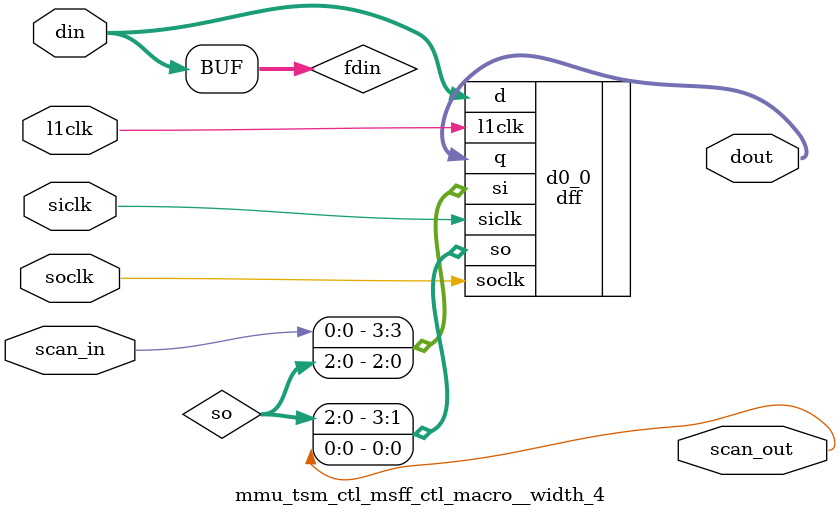
<source format=v>
module mmu_tsm_ctl (
  l1clk, 
  scan_in, 
  spc_aclk, 
  spc_bclk, 
  data_rcvd_hw1, 
  tlb_miss_m, 
  tsb_done_hw2, 
  vld_tsbptr_m2, 
  thr_valid_m1, 
  thr_valid_m0, 
  cindex_bit0, 
  cindex_bit1, 
  hwtw_burst, 
  trs_eperr_st, 
  trs_eccerr_st, 
  tsm_tsb_miss_hw2, 
  tsm_rqv, 
  tsm_waitfortte, 
  scan_out);
wire siclk;
wire soclk;
wire [1:0] cindex;
wire goto_null_state;
wire null_state;
wire validreq_state;
wire seqm1_state;
wire seqm2_state;
wire cfgdone_state;
wire ttewait_state;
wire next_null_state;
wire next_null_state_;
wire null_state_;
wire null_state_reg_scanin;
wire null_state_reg_scanout;
wire goto_validreq_state;
wire outstanding_miss_state;
wire next_validreq_state;
wire validreq_state_reg_scanin;
wire validreq_state_reg_scanout;
wire goto_seqm1_state;
wire next_seqm1_state;
wire seqm1_state_reg_scanin;
wire seqm1_state_reg_scanout;
wire goto_seqm2_state;
wire next_seqm2_state;
wire seqm2_state_reg_scanin;
wire seqm2_state_reg_scanout;
wire goto_cfgdone_state;
wire next_cfgdone_state;
wire cfgdone_state_reg_scanin;
wire cfgdone_state_reg_scanout;
wire goto_ttewait_state;
wire next_ttewait_state;
wire ttewait_state_reg_scanin;
wire ttewait_state_reg_scanout;
wire goto_outstanding_miss_state;
wire next_outstanding_miss_state;
wire outstanding_miss_state_reg_scanin;
wire outstanding_miss_state_reg_scanout;
wire data_rcvd_lat_scanin;
wire data_rcvd_lat_scanout;
wire data_rcvd_hw1_ff;
wire req_enq;
wire req_deq;
wire [3:0] next_bal;
wire [3:0] bal;
wire bal_lat_scanin;
wire bal_lat_scanout;


input           l1clk;
input           scan_in;
input		spc_aclk;
input		spc_bclk;

input           data_rcvd_hw1;       // data back from gkt, from htc
input           tlb_miss_m;             // indicates tlb miss, from htc
input           tsb_done_hw2;              // indicates tsb hit, from htc
input           vld_tsbptr_m2;              // indicates valid tsbptr
input           thr_valid_m1;       // valid req in M1 which got asi grant and room avail
input           thr_valid_m0;       // valid req in M0

input           cindex_bit0;
input           cindex_bit1;


input           hwtw_burst;         // hwtw is in burst mode

                                      // mra read, and data available.  
input           trs_eperr_st;         // trs is in ep miss err state

input           trs_eccerr_st;         // trs is in eccerr state

output          tsm_tsb_miss_hw2;    // no tsb hit on any of the 4 tsb 
output          tsm_rqv;         // request is valid, in REQ or CFG_RD
output          tsm_waitfortte;       // all tte not received
output          scan_out;

assign siclk	= spc_aclk;
assign soclk	= spc_bclk;



assign cindex[1:0] = {cindex_bit1, cindex_bit0};

///////////////////////////////////////////////////
// CASE STATEMENT DESCRIPTION OF TSM MACHINE
///////////////////////////////////////////////////

// tsb_done_hw2 = tsb_hit_hw2|ep_miss_hw2|l2_ecc_err_hw2|cfg_ecc_err_m4;
//case(`TSM_STATE)
//  `NULL_ST:
//    if (~tlb_miss_m) 
//      next_state = `NULL_ST;
//    else 
//      next_state = `VALIDREQ_ST;
//
//  `VALIDREQ_ST:
//    begin
//        if ((tsb_hit_hw2|ep_miss_hw2|l2_ecc_err_hw2|cfg_ecc_err_m4) & ~tsm_waitfortte)
//          next_state = `NULL_ST;
//        if ((tsb_hit_hw2|ep_miss_hw2|l2_ecc_err_hw2|cfg_ecc_err_m4) & tsm_waitfortte)
//          next_state = `TTEWAIT_ST;
//        if (~(tsb_hit_hw2|ep_miss_hw2|l2_ecc_err_hw2|cfg_ecc_err_m4) & burst_mode & (~(cindex[1:0] ==2'b11 & thr_valid_m1)))
//          next_state = `VALIDREQ_ST;
//        if (~(tsb_hit_hw2|ep_miss_hw2|l2_ecc_err_hw2|cfg_ecc_err_m4) & ~burst_mode & ~thr_valid_m0)
//          next_state = `VALIDREQ_ST;
//        if (~(tsb_hit_hw2|ep_miss_hw2|l2_ecc_err_hw2|cfg_ecc_err_m4) & ~burst_mode & thr_valid_m0)
//          next_state = `SEQM1_ST;
//        if (~(tsb_hit_hw2|ep_miss_hw2|l2_ecc_err_hw2|cfg_ecc_err_m4) & (cindex[1:0] ==2'b11 & thr_valid_m1))
//          next_state = `CFGDONE_ST;
//    end
//  
//  `SEQM1_ST:
//    begin
//        if ((tsb_hit_hw2|ep_miss_hw2|l2_ecc_err_hw2|cfg_ecc_err_m4) & ~tsm_waitfortte)
//          next_state = `NULL_ST;
//        if ((tsb_hit_hw2|ep_miss_hw2|l2_ecc_err_hw2|cfg_ecc_err_m4) & tsm_waitfortte)
//          next_state = `TTEWAIT_ST;
//        if (~(tsb_hit_hw2|ep_miss_hw2|l2_ecc_err_hw2|cfg_ecc_err_m4) & ~thr_valid_m1)
//          next_state = `VALIDREQ_ST;
//        if (~(tsb_hit_hw2|ep_miss_hw2|l2_ecc_err_hw2|cfg_ecc_err_m4) & thr_valid_m1 & (cindex[1:0] ==2'b11))
//          next_state = `CFGDONE_ST;
//        if (~(tsb_hit_hw2|ep_miss_hw2|l2_ecc_err_hw2|cfg_ecc_err_m4) & thr_valid_m1 & ~(cindex[1:0] ==2'b11))
//          next_state = `SEQM2_ST;
//    end
//
//  `SEQM2_ST:
//    begin
//        if ((tsb_hit_hw2|ep_miss_hw2|l2_ecc_err_hw2|cfg_ecc_err_m4) & ~tsm_waitfortte)
//          next_state = `NULL_ST;          
//        if ((tsb_hit_hw2|ep_miss_hw2|l2_ecc_err_hw2|cfg_ecc_err_m4) & tsm_waitfortte)
//          next_state = `TTEWAIT_ST;
//        if (~(tsb_hit_hw2|ep_miss_hw2|l2_ecc_err_hw2|cfg_ecc_err_m4) & ~tsm_waitfortte)
//          next_state = `VALIDREQ_ST;
//        if (~(tsb_hit_hw2|ep_miss_hw2|l2_ecc_err_hw2|cfg_ecc_err_m4) & tsm_waitfortte)
//          next_state = `SEQM2_ST;
//    end
//
//  `CFGDONE_ST:
//    begin
//        if (~tsm_waitfortte)
//          next_state = `NULL_ST;
//        if ((tsb_hit_hw2|ep_miss_hw2|l2_ecc_err_hw2|cfg_ecc_err_m4) & tsm_waitfortte)
//          next_state = `TTEWAIT_ST;
//        if (~(tsb_hit_hw2|ep_miss_hw2|l2_ecc_err_hw2|cfg_ecc_err_m4) & tsm_waitfortte)
//          next_state = `CFGDONE_ST;
//    end
//
//  `TTEWAIT_ST:
//    begin
//        if (tlb_miss_m)
//          next_state = `OUTMISSWAIT_ST;
//        if (~tsm_waitfortte & ~tlb_miss_m)
//          next_state = `NULL_ST;
//        if (tsm_waitfortte & ~tlb_miss_m)
//          next_state = `TTEWAIT_ST;
//    end
//
//  `OUTMISSWAIT_ST:
//    begin
//        if (tsm_waitfortte)
//          next_state = `OUTMISSWAIT_ST;
//        else
//          next_state = `VALIDREQ_ST;
//    end
//endcase // case(`TSM_STATE)

        
  
// 0in one_hot -var {null_state,validreq_state,seqm1_state,seqm2_state,cfgdone_state,ttewait_state,outstanding_miss_state}
///////////////////////////////////////////////////
// Null State (NULL_ST)
///////////////////////////////////////////////////
// Goto null state if either of following is true
// => NULL_ST     and  no tlb miss 
// => VALIDREQ_ST and (tsb_hit_hw2|ep_miss_hw2|l2_ecc_err_hw2|cfg_ecc_err_m4) and no outstanding tte
// => SEQM1_ST and (tsb_hit_hw2|ep_miss_hw2|l2_ecc_err_hw2|cfg_ecc_err_m4) and all  no outstanding tte
// => SEQM2_ST and (tsb_hit_hw2|ep_miss_hw2|l2_ecc_err_hw2|cfg_ecc_err_m4) and all  no outstanding tte
// => CFGDONE_ST  and no outstanding tte
// => TTEWAIT_ST  and no tlb miss and no outstanding tte

// Leave null state if either of following is true
// => tlb miss occurs (goto validreq state)

assign goto_null_state = (null_state & ~tlb_miss_m) |
                         (validreq_state & tsb_done_hw2 & ~tsm_waitfortte) |
                         (seqm1_state & tsb_done_hw2 & ~tsm_waitfortte) |
                         (seqm2_state & tsb_done_hw2 & ~tsm_waitfortte) |
                         (cfgdone_state & ~tsm_waitfortte) | //irrespective of tsb_hit_hw2
                         (ttewait_state & ~tsm_waitfortte & ~tlb_miss_m);

assign next_null_state = goto_null_state;
assign next_null_state_ = ~next_null_state;
assign null_state = ~null_state_;

mmu_tsm_ctl_msff_ctl_macro__width_1 null_state_reg  (
 .scan_in(null_state_reg_scanin),
 .scan_out(null_state_reg_scanout),
 .l1clk(l1clk),
 .din  (next_null_state_),
 .dout (null_state_),
  .siclk(siclk),
  .soclk(soclk)
);

///////////////////////////////////////////////////
// Valid Req State (VALIDREQ_ST)
///////////////////////////////////////////////////
// Goto valid req. state if either of following is true
// => VALIDREQ_ST      and ~(tsb_hit_hw2|ep_miss_hw2|l2_ecc_err_hw2|cfg_ecc_err_m4) and burst mode and all tsb cfg not read
// => VALIDREQ_ST      and ~(tsb_hit_hw2|ep_miss_hw2|l2_ecc_err_hw2|cfg_ecc_err_m4) and ~burst mode and current thread not selected
// => SEQM1_ST         and ~(tsb_hit_hw2|ep_miss_hw2|l2_ecc_err_hw2|cfg_ecc_err_m4) and ~thr_valid_m1 (req did not get a grant from asi).
// => SEQM2_ST         and ~(tsb_hit_hw2|ep_miss_hw2|l2_ecc_err_hw2|cfg_ecc_err_m4) and no outstanding tte
// => NULL_ST          and tlb_miss_m
// => OUTMISSWAIT_ST   and no outstanding tte 

// Leave valid req. state if either of following is true
// => VALIDREQ_ST and (tsb_hit_hw2|ep_miss_hw2|l2_ecc_err_hw2|cfg_ecc_err_m4) (go to NULL_ST or TTEWAIT_ST)  
// => VALIDREQ_ST and all req are read (go to CFGDONE_ST)
// => VALIDREQ_ST and not burst mode and current thread selected (thr_valid_m0) (go to SEQM1_ST)

assign goto_validreq_state = (validreq_state & ~tsb_done_hw2 & hwtw_burst & ~(cindex[1] & cindex[0] & thr_valid_m1)) |
                             (validreq_state & ~tsb_done_hw2 & ~hwtw_burst & ~thr_valid_m0) | 
                             (seqm1_state & ~tsb_done_hw2 & ~thr_valid_m1) |
                             (seqm2_state & ~tsb_done_hw2 & ~tsm_waitfortte) |
                             (null_state & tlb_miss_m) | 
                             (outstanding_miss_state & ~tsm_waitfortte);
assign next_validreq_state = goto_validreq_state;


mmu_tsm_ctl_msff_ctl_macro__width_1 validreq_state_reg  (
 .scan_in(validreq_state_reg_scanin),
 .scan_out(validreq_state_reg_scanout),
 .l1clk(l1clk),
 .din  (next_validreq_state),
 .dout (validreq_state),
  .siclk(siclk),
  .soclk(soclk)
);

///////////////////////////////////////////////////
// Sequential M1 State (SEQM1_ST)
///////////////////////////////////////////////////
// Goto sequential M1 state if either of following is true
// => VALIDREQ_ST      and ~(tsb_hit_hw2|ep_miss_hw2|l2_ecc_err_hw2|cfg_ecc_err_m4) and not burst mode and current thread selected

// Leave sequential M1 state if either of following is true
// => SEQM1_ST and (tsb_hit_hw2|ep_miss_hw2|l2_ecc_err_hw2|cfg_ecc_err_m4) (go to NULL_ST or TTEWAIT_ST)  
// => SEQM1_ST and ~(tsb_hit_hw2|ep_miss_hw2|l2_ecc_err_hw2|cfg_ecc_err_m4) and ~thr_valid_m1 (req was not granted), (go to VALIDREQ_ST)
// => SEQM1_ST and ~(tsb_hit_hw2|ep_miss_hw2|l2_ecc_err_hw2|cfg_ecc_err_m4) and thr_valid_m1 (go to SEQM2_ST or CFGDONE_ST)

assign goto_seqm1_state = (validreq_state & ~tsb_done_hw2 & ~hwtw_burst & thr_valid_m0);
assign next_seqm1_state = goto_seqm1_state;


mmu_tsm_ctl_msff_ctl_macro__width_1 seqm1_state_reg  (
 .scan_in(seqm1_state_reg_scanin),
 .scan_out(seqm1_state_reg_scanout),
 .l1clk(l1clk),
 .din  (next_seqm1_state),
 .dout (seqm1_state),
  .siclk(siclk),
  .soclk(soclk)
);

///////////////////////////////////////////////////
// Sequential M2 State (SEQM2_ST)
///////////////////////////////////////////////////
// Goto sequential M2 state if either of following is true
// => SEQM1_ST      and ~(tsb_hit_hw2|ep_miss_hw2|l2_ecc_err_hw2|cfg_ecc_err_m4) and thr_valid_m1 & all cfg not read
// => SEQM2_ST      and ~(tsb_hit_hw2|ep_miss_hw2|l2_ecc_err_hw2|cfg_ecc_err_m4) and outstanding tte

// Leave sequential M2 state if either of following is true
// => SEQM2_ST and (tsb_hit_hw2|ep_miss_hw2|l2_ecc_err_hw2|cfg_ecc_err_m4) (go to NULL_ST or TTEWAIT_ST)  
// => SEQM2_ST and ~(tsb_hit_hw2|ep_miss_hw2|l2_ecc_err_hw2|cfg_ecc_err_m4) and no outstanding tte (go to VALIDREQ_ST)

assign goto_seqm2_state = (seqm1_state & ~tsb_done_hw2 & thr_valid_m1 & ~(cindex[1] & cindex[0])) |
                          (seqm2_state & ~tsb_done_hw2 & tsm_waitfortte);
assign next_seqm2_state = goto_seqm2_state;


mmu_tsm_ctl_msff_ctl_macro__width_1 seqm2_state_reg  (
 .scan_in(seqm2_state_reg_scanin),
 .scan_out(seqm2_state_reg_scanout),
 .l1clk(l1clk),
 .din  (next_seqm2_state),
 .dout (seqm2_state),
  .siclk(siclk),
  .soclk(soclk)
);

///////////////////////////////////////////////////
// AllConfigRead State (CFGDONE_ST)
///////////////////////////////////////////////////
// Goto all TSB read state if either of following is true
// => VALIDREQ_ST  and burst mode and ~(tsb_hit_hw2|ep_miss_hw2|l2_ecc_err_hw2|cfg_ecc_err_m4) & all cfg read
// => SEQM1_ST     and  ~(tsb_hit_hw2|ep_miss_hw2|l2_ecc_err_hw2|cfg_ecc_err_m4) & all cfg read
// => CFGDONE_ST   and ~(tsb_hit_hw2|ep_miss_hw2|l2_ecc_err_hw2|cfg_ecc_err_m4) and outstanding tte

// Leave all CFG read state if either of following is true
// => CFGDONE_ST and all  no outstanding TTE (go to NULL_ST)
// => CFGDONE_ST and TSB hit and outstanding TTE (go to TTEWAIT_ST)

assign goto_cfgdone_state =  (cfgdone_state & ~tsb_done_hw2 & tsm_waitfortte) |
                             (validreq_state & ~tsb_done_hw2 & hwtw_burst & cindex[1] & cindex[0] & thr_valid_m1) |
                             (seqm1_state & ~tsb_done_hw2  & cindex[1] & cindex[0] & thr_valid_m1);


assign next_cfgdone_state = goto_cfgdone_state;


mmu_tsm_ctl_msff_ctl_macro__width_1 cfgdone_state_reg  (
 .scan_in(cfgdone_state_reg_scanin),
 .scan_out(cfgdone_state_reg_scanout),
 .l1clk(l1clk),
 .din  (next_cfgdone_state),
 .dout (cfgdone_state),
  .siclk(siclk),
  .soclk(soclk)
);

///////////////////////////////////////////////////
// TTE Wait State (TTEWAIT_ST)
// go to this state on (tsb_hit_hw2|ep_miss_hw2|l2_ecc_err_hw2|cfg_ecc_err_m4).
///////////////////////////////////////////////////
// Goto TTEWAIT_ST state if either of following is true
// => TTEWAIT_ST     and no tlb miss and outstanding tte
// => VALIDREQ_ST    and (tsb_hit_hw2|ep_miss_hw2|l2_ecc_err_hw2|cfg_ecc_err_m4) and outstanding tte
// => SEQM1_ST       and (tsb_hit_hw2|ep_miss_hw2|l2_ecc_err_hw2|cfg_ecc_err_m4) and outstanding tte
// => SEQM2_ST       and (tsb_hit_hw2|ep_miss_hw2|l2_ecc_err_hw2|cfg_ecc_err_m4) and outstanding tte
// => CFGDONE_ST     and (tsb_hit_hw2|ep_miss_hw2|l2_ecc_err_hw2|cfg_ecc_err_m4) and outstanding tte

// Leave TTEWAIT_ST state if either of following is true
// => TTEWAIT_ST and tlb miss (go to OUTMISSWAIT_ST)
// => TTEWAIT_ST and no tlb miss and no outstanding tte (go to NULL_ST)

assign goto_ttewait_state =  (ttewait_state & ~tlb_miss_m & tsm_waitfortte) |
                             (validreq_state & tsb_done_hw2 & tsm_waitfortte) |
                             (seqm1_state & tsb_done_hw2 & tsm_waitfortte) |
                             (seqm2_state & tsb_done_hw2 & tsm_waitfortte) |
                             (cfgdone_state & tsb_done_hw2 & tsm_waitfortte);

assign next_ttewait_state = goto_ttewait_state;


mmu_tsm_ctl_msff_ctl_macro__width_1 ttewait_state_reg  (
 .scan_in(ttewait_state_reg_scanin),
 .scan_out(ttewait_state_reg_scanout),
 .l1clk(l1clk),
 .din  (next_ttewait_state),
 .dout (ttewait_state),
  .siclk(siclk),
  .soclk(soclk)
);

///////////////////////////////////////////////////
// Outstanding Miss State (OUTMISSWAIT_ST)
//  Indicates TTEWAIT_ST and a  tlb_miss_m (can happen when we
// have a tsb  hit, thread gets restarted, but all tte's are not done for
// the original miss)
///////////////////////////////////////////////////
// Goto all OUTMISSWAIT_ST if either of following is true
// => OUTMISSWAIT_ST   and not all  TTE received (tsm_waitfortte)
// => TTEWAIT_ST       and tlb_miss_m

assign goto_outstanding_miss_state = (outstanding_miss_state & tsm_waitfortte) |
                                     (ttewait_state & tlb_miss_m);

assign next_outstanding_miss_state = goto_outstanding_miss_state;


mmu_tsm_ctl_msff_ctl_macro__width_1 outstanding_miss_state_reg  (
 .scan_in(outstanding_miss_state_reg_scanin),
 .scan_out(outstanding_miss_state_reg_scanout),
 .l1clk(l1clk),
 .din  (next_outstanding_miss_state),
 .dout (outstanding_miss_state),
  .siclk(siclk),
  .soclk(soclk)
);

///////////////////////////////////////////////////
// End of State machine
///////////////////////////////////////////////////

///////////////////////////////////////////////////
// EnQ/DeQ TTEs
// Keeping track of outstanding TTE requests.
// Increment the counter on every request  sent out (vld_tsbptr_m2),
// Decrement the counter on every data recvd, (data_rcvd_hw1)
///////////////////////////////////////////////////
mmu_tsm_ctl_msff_ctl_macro__width_1 data_rcvd_lat  (
 .scan_in(data_rcvd_lat_scanin),
 .scan_out(data_rcvd_lat_scanout),
 .l1clk(l1clk),
 .din  (data_rcvd_hw1),
 .dout (data_rcvd_hw1_ff),
  .siclk(siclk),
  .soclk(soclk)
);
assign req_enq = vld_tsbptr_m2 & ~data_rcvd_hw1_ff;
assign req_deq = data_rcvd_hw1_ff & ~vld_tsbptr_m2;

//0in bits_on -var {req_enq, req_deq} -max 1;
assign next_bal[3:0] = ({4{req_enq & ~bal[3] & ~bal[2] & ~bal[1] & ~bal[0]}} & 4'b0001) |
                       ({4{req_enq & ~bal[3] & ~bal[2] & ~bal[1] &  bal[0]}} & 4'b0011) |
                       ({4{req_enq & ~bal[3] & ~bal[2] &  bal[1] &  bal[0]}} & 4'b0111) |
                       ({4{req_enq & ~bal[3] &  bal[2] &  bal[1] &  bal[0]}} & 4'b1111) |
                       ({4{req_deq &  bal[3] &  bal[2] &  bal[1] &  bal[0]}} & 4'b0111) |
                       ({4{req_deq & ~bal[3] &  bal[2] &  bal[1] &  bal[0]}} & 4'b0011) |
                       ({4{req_deq & ~bal[3] & ~bal[2] &  bal[1] &  bal[0]}} & 4'b0001) |
                       ({4{req_deq & ~bal[3] & ~bal[2] & ~bal[1] &  bal[0]}} & 4'b0000) |
                       ({4{~req_deq & ~req_enq}} & bal[3:0]);

mmu_tsm_ctl_msff_ctl_macro__width_4 bal_lat  (
 .scan_in(bal_lat_scanin),
 .scan_out(bal_lat_scanout),
 .l1clk(l1clk),
 .din  ({next_bal[3:0]}),
 .dout ({bal[3:0]}),
  .siclk(siclk),
  .soclk(soclk)
);

///////////////////////////////////////////////////
// State Machine Outputs
///////////////////////////////////////////////////
assign tsm_tsb_miss_hw2 = ~tsm_waitfortte & cfgdone_state & ~tsb_done_hw2  & ~trs_eccerr_st & ~trs_eperr_st;
assign tsm_rqv = validreq_state;
assign tsm_waitfortte = |next_bal[3:0];


supply0 vss;
supply1 vdd;

// fixscan start:
assign null_state_reg_scanin     = scan_in                  ;
assign validreq_state_reg_scanin = null_state_reg_scanout   ;
assign seqm1_state_reg_scanin    = validreq_state_reg_scanout;
assign seqm2_state_reg_scanin    = seqm1_state_reg_scanout  ;
assign cfgdone_state_reg_scanin  = seqm2_state_reg_scanout  ;
assign ttewait_state_reg_scanin  = cfgdone_state_reg_scanout;
assign outstanding_miss_state_reg_scanin = ttewait_state_reg_scanout;
assign data_rcvd_lat_scanin      = outstanding_miss_state_reg_scanout;
assign bal_lat_scanin            = data_rcvd_lat_scanout    ;
assign scan_out                  = bal_lat_scanout          ;
// fixscan end:
endmodule






// any PARAMS parms go into naming of macro

module mmu_tsm_ctl_msff_ctl_macro__width_1 (
  din, 
  l1clk, 
  scan_in, 
  siclk, 
  soclk, 
  dout, 
  scan_out);
wire [0:0] fdin;

  input [0:0] din;
  input l1clk;
  input scan_in;


  input siclk;
  input soclk;

  output [0:0] dout;
  output scan_out;
assign fdin[0:0] = din[0:0];






dff /*#(1)*/  d0_0 (
.l1clk(l1clk),
.siclk(siclk),
.soclk(soclk),
.d(fdin[0:0]),
.si(scan_in),
.so(scan_out),
.q(dout[0:0])
);












endmodule













// any PARAMS parms go into naming of macro

module mmu_tsm_ctl_msff_ctl_macro__width_4 (
  din, 
  l1clk, 
  scan_in, 
  siclk, 
  soclk, 
  dout, 
  scan_out);
wire [3:0] fdin;
wire [2:0] so;

  input [3:0] din;
  input l1clk;
  input scan_in;


  input siclk;
  input soclk;

  output [3:0] dout;
  output scan_out;
assign fdin[3:0] = din[3:0];






dff /*#(4)*/  d0_0 (
.l1clk(l1clk),
.siclk(siclk),
.soclk(soclk),
.d(fdin[3:0]),
.si({scan_in,so[2:0]}),
.so({so[2:0],scan_out}),
.q(dout[3:0])
);












endmodule









</source>
